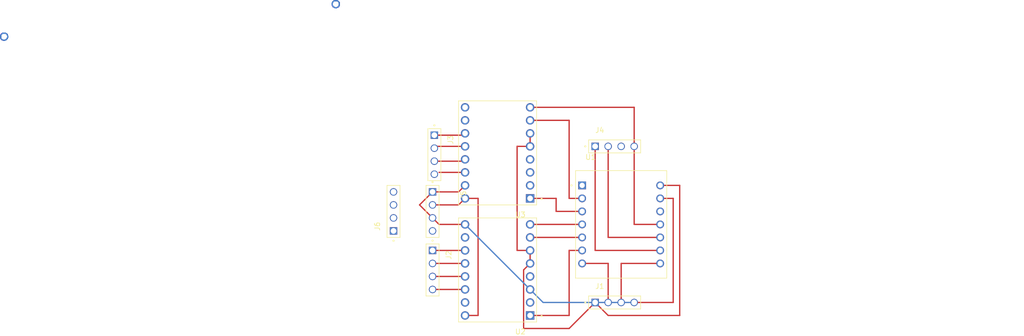
<source format=kicad_pcb>
(kicad_pcb (version 20221018) (generator pcbnew)
  (layers (0 "F.Cu" signal) (31 "B.Cu" signal) (34 "B.Paste" user) (35 "F.Paste" user) (36 "B.SilkS" user "B.Silkscreen") (37 "F.SilkS" user "F.Silkscreen") (38 "B.Mask" user) (39 "F.Mask" user) (44 "Edge.Cuts" user))
  (net 0 "")
  (net 2 "/B1-1")
  (net 3 "+5V")
  (net 4 "/STP-1")
  (net 5 "/DIR-1")
  (net 8 "/EN-1")
  (net 9 "/B2-1")
  (net 10 "+24V")
  (net 11 "/A1-1")
  (net 12 "/A2-1")
  (net 14 "Earth")
  (net 16 "/B1-2")
  (net 17 "/STP-2")
  (net 18 "/DIR-2")
  (net 21 "/EN-2")
  (net 22 "/B2-2")
  (net 23 "/A1-2")
  (net 24 "/A2-2")
  (net 26 "/RX")
  (net 27 "/TX")
  (net 28 "/PWM")
  (net 29 "/FG")
  (footprint "" (layer "F.Cu") (at 50.96 53.5)
    (fp_text reference "")
    (fp_text value "")
  )
  (footprint "" (layer "F.Cu") (at 50.96 53.5)
    (fp_text reference "")
    (fp_text value "")
  )
  (footprint "" (layer "F.Cu") (at 50.96 53.5)
    (fp_text reference "")
    (fp_text value "")
  )
  (footprint "" (layer "F.Cu") (at 115.73 47.15)
    (fp_text reference "")
    (fp_text value "")
  )
  (footprint "" (layer "F.Cu") (at 50.96 53.5)
    (fp_text reference "")
    (fp_text value "")
  )
  (footprint "" (layer "F.Cu") (at 115.73 47.15)
    (fp_text reference "")
    (fp_text value "")
  )
  (footprint "" (layer "F.Cu") (at 115.73 47.15)
    (fp_text reference "")
    (fp_text value "")
  )
  (footprint "" (layer "F.Cu") (at 50.96 53.5)
    (fp_text reference "")
    (fp_text value "")
  )
  (footprint "" (layer "F.Cu") (at 115.73 47.15)
    (fp_text reference "")
    (fp_text value "")
  )
  (footprint "" (layer "F.Cu") (at 50.96 53.5)
    (fp_text reference "")
    (fp_text value "")
  )
  (footprint "" (layer "F.Cu") (at 50.96 53.5)
    (fp_text reference "")
    (fp_text value "")
  )
  (footprint "" (layer "F.Cu") (at 50.96 53.5)
    (fp_text reference "")
    (fp_text value "")
  )
  (footprint "" (layer "F.Cu") (at 115.73 47.15)
    (fp_text reference "")
    (fp_text value "")
  )
  (footprint "" (layer "F.Cu") (at 115.73 47.15)
    (fp_text reference "")
    (fp_text value "")
  )
  (footprint "" (layer "F.Cu") (at 50.96 53.5)
    (fp_text reference "")
    (fp_text value "")
  )
  (footprint "" (layer "F.Cu") (at 50.96 53.5)
    (fp_text reference "")
    (fp_text value "")
  )
  (footprint "" (layer "F.Cu") (at 115.73 47.15)
    (fp_text reference "")
    (fp_text value "")
  )
  (footprint "" (layer "F.Cu") (at 115.73 47.15)
    (fp_text reference "")
    (fp_text value "")
  )
  (footprint "" (layer "F.Cu") (at 50.96 53.5)
    (fp_text reference "")
    (fp_text value "")
  )
  (footprint "" (layer "F.Cu") (at 50.96 53.5)
    (fp_text reference "")
    (fp_text value "")
  )
  (footprint "" (layer "F.Cu") (at 50.96 53.5)
    (fp_text reference "")
    (fp_text value "")
  )
  (footprint "" (layer "F.Cu") (at 50.96 53.5)
    (fp_text reference "")
    (fp_text value "")
  )
  (footprint "" (layer "F.Cu") (at 50.96 53.5)
    (fp_text reference "")
    (fp_text value "")
  )
  (footprint "" (layer "F.Cu") (at 50.96 53.5)
    (fp_text reference "")
    (fp_text value "")
  )
  (footprint "" (layer "F.Cu") (at 115.73 47.15)
    (fp_text reference "")
    (fp_text value "")
  )
  (footprint "" (layer "F.Cu") (at 115.73 47.15)
    (fp_text reference "")
    (fp_text value "")
  )
  (footprint "" (layer "F.Cu") (at 115.73 47.15)
    (fp_text reference "")
    (fp_text value "")
  )
  (footprint "" (layer "F.Cu") (at 50.96 53.5)
    (fp_text reference "")
    (fp_text value "")
  )
  (footprint "" (layer "F.Cu") (at 50.96 53.5)
    (fp_text reference "")
    (fp_text value "")
  )
  (footprint "" (layer "F.Cu") (at 115.73 47.15)
    (fp_text reference "")
    (fp_text value "")
  )
  (footprint "" (layer "F.Cu") (at 50.96 53.5)
    (fp_text reference "")
    (fp_text value "")
  )
  (footprint "" (layer "F.Cu") (at 115.73 47.15)
    (fp_text reference "")
    (fp_text value "")
  )
  (footprint "" (layer "F.Cu") (at 115.73 47.15)
    (fp_text reference "")
    (fp_text value "")
  )
  (footprint "" (layer "F.Cu") (at 50.96 53.5)
    (fp_text reference "")
    (fp_text value "")
  )
  (footprint "" (layer "F.Cu") (at 115.73 47.15)
    (fp_text reference "")
    (fp_text value "")
  )
  (footprint "" (layer "F.Cu") (at 50.96 53.5)
    (fp_text reference "")
    (fp_text value "")
  )
  (footprint "" (layer "F.Cu") (at 50.96 53.5)
    (fp_text reference "")
    (fp_text value "")
  )
  (footprint "" (layer "F.Cu") (at 50.96 53.5)
    (fp_text reference "")
    (fp_text value "")
  )
  (footprint "" (layer "F.Cu") (at 50.96 53.5)
    (fp_text reference "")
    (fp_text value "")
  )
  (footprint "" (layer "F.Cu") (at 50.96 53.5)
    (fp_text reference "")
    (fp_text value "")
  )
  (footprint "" (layer "F.Cu") (at 50.96 53.5)
    (fp_text reference "")
    (fp_text value "")
  )
  (footprint "" (layer "F.Cu") (at 50.96 53.5)
    (fp_text reference "")
    (fp_text value "")
  )
  (footprint "" (layer "F.Cu") (at 50.96 53.5)
    (fp_text reference "")
    (fp_text value "")
  )
  (footprint "" (layer "F.Cu") (at 115.73 47.15)
    (fp_text reference "")
    (fp_text value "")
  )
  (footprint "" (layer "F.Cu") (at 50.96 53.5)
    (fp_text reference "")
    (fp_text value "")
  )
  (footprint "" (layer "F.Cu") (at 50.96 53.5)
    (fp_text reference "")
    (fp_text value "")
  )
  (footprint "" (layer "F.Cu") (at 115.73 47.15)
    (fp_text reference "")
    (fp_text value "")
  )
  (footprint "" (layer "F.Cu") (at 115.73 47.15)
    (fp_text reference "")
    (fp_text value "")
  )
  (footprint "" (layer "F.Cu") (at 50.96 53.5)
    (fp_text reference "")
    (fp_text value "")
  )
  (footprint "" (layer "F.Cu") (at 115.73 47.15)
    (fp_text reference "")
    (fp_text value "")
  )
  (footprint "" (layer "F.Cu") (at 50.96 53.5)
    (fp_text reference "")
    (fp_text value "")
  )
  (footprint "" (layer "F.Cu") (at 50.96 53.5)
    (fp_text reference "")
    (fp_text value "")
  )
  (footprint "" (layer "F.Cu") (at 50.96 53.5)
    (fp_text reference "")
    (fp_text value "")
  )
  (footprint "" (layer "F.Cu") (at 50.96 53.5)
    (fp_text reference "")
    (fp_text value "")
  )
  (footprint "" (layer "F.Cu") (at 50.96 53.5)
    (fp_text reference "")
    (fp_text value "")
  )
  (footprint "" (layer "F.Cu") (at 115.73 47.15)
    (fp_text reference "")
    (fp_text value "")
  )
  (footprint "" (layer "F.Cu") (at 50.96 53.5)
    (fp_text reference "")
    (fp_text value "")
  )
  (footprint "" (layer "F.Cu") (at 50.96 53.5)
    (fp_text reference "")
    (fp_text value "")
  )
  (footprint "" (layer "F.Cu") (at 115.73 47.15)
    (fp_text reference "")
    (fp_text value "")
  )
  (footprint "" (layer "F.Cu") (at 50.96 53.5)
    (fp_text reference "")
    (fp_text value "")
  )
  (footprint "" (layer "F.Cu") (at 115.73 47.15)
    (fp_text reference "")
    (fp_text value "")
  )
  (footprint "" (layer "F.Cu") (at 50.96 53.5)
    (fp_text reference "")
    (fp_text value "")
  )
  (footprint "" (layer "F.Cu") (at 50.96 53.5)
    (fp_text reference "")
    (fp_text value "")
  )
  (footprint "" (layer "F.Cu") (at 115.73 47.15)
    (fp_text reference "")
    (fp_text value "")
  )
  (footprint "" (layer "F.Cu") (at 50.96 53.5)
    (fp_text reference "")
    (fp_text value "")
  )
  (footprint "" (layer "F.Cu") (at 50.96 53.5)
    (fp_text reference "")
    (fp_text value "")
  )
  (footprint "" (layer "F.Cu") (at 115.73 47.15)
    (fp_text reference "")
    (fp_text value "")
  )
  (footprint "" (layer "F.Cu") (at 115.73 47.15)
    (fp_text reference "")
    (fp_text value "")
  )
  (footprint "" (layer "F.Cu") (at 115.73 47.15)
    (fp_text reference "")
    (fp_text value "")
  )
  (footprint "" (layer "F.Cu") (at 115.73 47.15)
    (fp_text reference "")
    (fp_text value "")
  )
  (footprint "" (layer "F.Cu") (at 115.73 47.15)
    (fp_text reference "")
    (fp_text value "")
  )
  (footprint "" (layer "F.Cu") (at 50.96 53.5)
    (fp_text reference "")
    (fp_text value "")
  )
  (footprint "" (layer "F.Cu") (at 115.73 47.15)
    (fp_text reference "")
    (fp_text value "")
  )
  (footprint "" (layer "F.Cu") (at 50.96 53.5)
    (fp_text reference "")
    (fp_text value "")
  )
  (footprint "" (layer "F.Cu") (at 50.96 53.5)
    (fp_text reference "")
    (fp_text value "")
  )
  (footprint "" (layer "F.Cu") (at 115.73 47.15)
    (fp_text reference "")
    (fp_text value "")
  )
  (footprint "" (layer "F.Cu") (at 50.96 53.5)
    (fp_text reference "")
    (fp_text value "")
  )
  (footprint "" (layer "F.Cu") (at 50.96 53.5)
    (fp_text reference "")
    (fp_text value "")
  )
  (footprint "" (layer "F.Cu") (at 50.96 53.5)
    (fp_text reference "")
    (fp_text value "")
  )
  (footprint "" (layer "F.Cu") (at 50.96 53.5)
    (fp_text reference "")
    (fp_text value "")
  )
  (footprint "" (layer "F.Cu") (at 50.96 53.5)
    (fp_text reference "")
    (fp_text value "")
  )
  (footprint "" (layer "F.Cu") (at 50.96 53.5)
    (fp_text reference "")
    (fp_text value "")
  )
  (footprint "" (layer "F.Cu") (at 50.96 53.5)
    (fp_text reference "")
    (fp_text value "")
  )
  (footprint "" (layer "F.Cu") (at 115.73 47.15)
    (fp_text reference "")
    (fp_text value "")
  )
  (footprint "" (layer "F.Cu") (at 50.96 53.5)
    (fp_text reference "")
    (fp_text value "")
  )
  (footprint "" (layer "F.Cu") (at 50.96 53.5)
    (fp_text reference "")
    (fp_text value "")
  )
  (footprint "" (layer "F.Cu") (at 115.73 47.15)
    (fp_text reference "")
    (fp_text value "")
  )
  (footprint "" (layer "F.Cu") (at 50.96 53.5)
    (fp_text reference "")
    (fp_text value "")
  )
  (footprint "" (layer "F.Cu") (at 50.96 53.5)
    (fp_text reference "")
    (fp_text value "")
  )
  (footprint "" (layer "F.Cu") (at 115.73 47.15)
    (fp_text reference "")
    (fp_text value "")
  )
  (footprint "" (layer "F.Cu") (at 50.96 53.5)
    (fp_text reference "")
    (fp_text value "")
  )
  (footprint "" (layer "F.Cu") (at 115.73 47.15)
    (fp_text reference "")
    (fp_text value "")
  )
  (footprint "" (layer "F.Cu") (at 50.96 53.5)
    (fp_text reference "")
    (fp_text value "")
  )
  (footprint "" (layer "F.Cu") (at 50.96 53.5)
    (fp_text reference "")
    (fp_text value "")
  )
  (footprint "" (layer "F.Cu") (at 50.96 53.5)
    (fp_text reference "")
    (fp_text value "")
  )
  (footprint "" (layer "F.Cu") (at 50.96 53.5)
    (fp_text reference "")
    (fp_text value "")
  )
  (footprint "" (layer "F.Cu") (at 115.73 47.15)
    (fp_text reference "")
    (fp_text value "")
  )
  (footprint "" (layer "F.Cu") (at 50.96 53.5)
    (fp_text reference "")
    (fp_text value "")
  )
  (footprint "" (layer "F.Cu") (at 50.96 53.5)
    (fp_text reference "")
    (fp_text value "")
  )
  (footprint "" (layer "F.Cu") (at 50.96 53.5)
    (fp_text reference "")
    (fp_text value "")
  )
  (footprint "" (layer "F.Cu") (at 50.96 53.5)
    (fp_text reference "")
    (fp_text value "")
  )
  (footprint "" (layer "F.Cu") (at 50.96 53.5)
    (fp_text reference "")
    (fp_text value "")
  )
  (footprint "" (layer "F.Cu") (at 50.96 53.5)
    (fp_text reference "")
    (fp_text value "")
  )
  (footprint "" (layer "F.Cu") (at 115.73 47.15)
    (fp_text reference "")
    (fp_text value "")
  )
  (footprint "" (layer "F.Cu") (at 50.96 53.5)
    (fp_text reference "")
    (fp_text value "")
  )
  (footprint "" (layer "F.Cu") (at 115.73 47.15)
    (fp_text reference "")
    (fp_text value "")
  )
  (footprint "" (layer "F.Cu") (at 50.96 53.5)
    (fp_text reference "")
    (fp_text value "")
  )
  (footprint "4pin_female_header:WURTH_61300411121" (layer "F.Cu") (at 134.975 76.555 -90)
    (fp_text reference "J3")
    (fp_text value "STEP2")
  )
  (footprint "" (layer "F.Cu") (at 115.73 47.15)
    (fp_text reference "")
    (fp_text value "")
  )
  (footprint "" (layer "F.Cu") (at 50.96 53.5)
    (fp_text reference "")
    (fp_text value "")
  )
  (footprint "" (layer "F.Cu") (at 115.73 47.15)
    (fp_text reference "")
    (fp_text value "")
  )
  (footprint "" (layer "F.Cu") (at 115.73 47.15)
    (fp_text reference "")
    (fp_text value "")
  )
  (footprint "" (layer "F.Cu") (at 115.73 47.15)
    (fp_text reference "")
    (fp_text value "")
  )
  (footprint "" (layer "F.Cu") (at 50.96 53.5)
    (fp_text reference "")
    (fp_text value "")
  )
  (footprint "" (layer "F.Cu") (at 50.96 53.5)
    (fp_text reference "")
    (fp_text value "")
  )
  (footprint "" (layer "F.Cu") (at 50.96 53.5)
    (fp_text reference "")
    (fp_text value "")
  )
  (footprint "" (layer "F.Cu") (at 115.73 47.15)
    (fp_text reference "")
    (fp_text value "")
  )
  (footprint "" (layer "F.Cu") (at 50.96 53.5)
    (fp_text reference "")
    (fp_text value "")
  )
  (footprint "" (layer "F.Cu") (at 50.96 53.5)
    (fp_text reference "")
    (fp_text value "")
  )
  (footprint "" (layer "F.Cu") (at 50.96 53.5)
    (fp_text reference "")
    (fp_text value "")
  )
  (footprint "" (layer "F.Cu") (at 115.73 47.15)
    (fp_text reference "")
    (fp_text value "")
  )
  (footprint "" (layer "F.Cu") (at 50.96 53.5)
    (fp_text reference "")
    (fp_text value "")
  )
  (footprint "" (layer "F.Cu") (at 115.73 47.15)
    (fp_text reference "")
    (fp_text value "")
  )
  (footprint "" (layer "F.Cu") (at 50.96 53.5)
    (fp_text reference "")
    (fp_text value "")
  )
  (footprint "" (layer "F.Cu") (at 115.73 47.15)
    (fp_text reference "")
    (fp_text value "")
  )
  (footprint "" (layer "F.Cu") (at 50.96 53.5)
    (fp_text reference "")
    (fp_text value "")
  )
  (footprint "" (layer "F.Cu") (at 115.73 47.15)
    (fp_text reference "")
    (fp_text value "")
  )
  (footprint "" (layer "F.Cu") (at 50.96 53.5)
    (fp_text reference "")
    (fp_text value "")
  )
  (footprint "" (layer "F.Cu") (at 50.96 53.5)
    (fp_text reference "")
    (fp_text value "")
  )
  (footprint "" (layer "F.Cu") (at 115.73 47.15)
    (fp_text reference "")
    (fp_text value "")
  )
  (footprint "" (layer "F.Cu") (at 50.96 53.5)
    (fp_text reference "")
    (fp_text value "")
  )
  (footprint "" (layer "F.Cu") (at 50.96 53.5)
    (fp_text reference "")
    (fp_text value "")
  )
  (footprint "" (layer "F.Cu") (at 50.96 53.5)
    (fp_text reference "")
    (fp_text value "")
  )
  (footprint "" (layer "F.Cu") (at 50.96 53.5)
    (fp_text reference "")
    (fp_text value "")
  )
  (footprint "" (layer "F.Cu") (at 50.96 53.5)
    (fp_text reference "")
    (fp_text value "")
  )
  (footprint "" (layer "F.Cu") (at 50.96 53.5)
    (fp_text reference "")
    (fp_text value "")
  )
  (footprint "" (layer "F.Cu") (at 115.73 47.15)
    (fp_text reference "")
    (fp_text value "")
  )
  (footprint "" (layer "F.Cu") (at 115.73 47.15)
    (fp_text reference "")
    (fp_text value "")
  )
  (footprint "" (layer "F.Cu") (at 115.73 47.15)
    (fp_text reference "")
    (fp_text value "")
  )
  (footprint "" (layer "F.Cu") (at 115.73 47.15)
    (fp_text reference "")
    (fp_text value "")
  )
  (footprint "" (layer "F.Cu") (at 50.96 53.5)
    (fp_text reference "")
    (fp_text value "")
  )
  (footprint "" (layer "F.Cu") (at 115.73 47.15)
    (fp_text reference "")
    (fp_text value "")
  )
  (footprint "" (layer "F.Cu") (at 115.73 47.15)
    (fp_text reference "")
    (fp_text value "")
  )
  (footprint "" (layer "F.Cu") (at 115.73 47.15)
    (fp_text reference "")
    (fp_text value "")
  )
  (footprint "" (layer "F.Cu") (at 50.96 53.5)
    (fp_text reference "")
    (fp_text value "")
  )
  (footprint "" (layer "F.Cu") (at 115.73 47.15)
    (fp_text reference "")
    (fp_text value "")
  )
  (footprint "" (layer "F.Cu") (at 50.96 53.5)
    (fp_text reference "")
    (fp_text value "")
  )
  (footprint "" (layer "F.Cu") (at 50.96 53.5)
    (fp_text reference "")
    (fp_text value "")
  )
  (footprint "" (layer "F.Cu") (at 115.73 47.15)
    (fp_text reference "")
    (fp_text value "")
  )
  (footprint "" (layer "F.Cu") (at 115.73 47.15)
    (fp_text reference "")
    (fp_text value "")
  )
  (footprint "" (layer "F.Cu") (at 50.96 53.5)
    (fp_text reference "")
    (fp_text value "")
  )
  (footprint "" (layer "F.Cu") (at 115.73 47.15)
    (fp_text reference "")
    (fp_text value "")
  )
  (footprint "" (layer "F.Cu") (at 50.96 53.5)
    (fp_text reference "")
    (fp_text value "")
  )
  (footprint "" (layer "F.Cu") (at 50.96 53.5)
    (fp_text reference "")
    (fp_text value "")
  )
  (footprint "" (layer "F.Cu") (at 50.96 53.5)
    (fp_text reference "")
    (fp_text value "")
  )
  (footprint "" (layer "F.Cu") (at 50.96 53.5)
    (fp_text reference "")
    (fp_text value "")
  )
  (footprint "" (layer "F.Cu") (at 50.96 53.5)
    (fp_text reference "")
    (fp_text value "")
  )
  (footprint "" (layer "F.Cu") (at 115.73 47.15)
    (fp_text reference "")
    (fp_text value "")
  )
  (footprint "" (layer "F.Cu") (at 50.96 53.5)
    (fp_text reference "")
    (fp_text value "")
  )
  (footprint "" (layer "F.Cu") (at 50.96 53.5)
    (fp_text reference "")
    (fp_text value "")
  )
  (footprint "" (layer "F.Cu") (at 50.96 53.5)
    (fp_text reference "")
    (fp_text value "")
  )
  (footprint "" (layer "F.Cu") (at 50.96 53.5)
    (fp_text reference "")
    (fp_text value "")
  )
  (footprint "" (layer "F.Cu") (at 50.96 53.5)
    (fp_text reference "")
    (fp_text value "")
  )
  (footprint "" (layer "F.Cu") (at 50.96 53.5)
    (fp_text reference "")
    (fp_text value "")
  )
  (footprint "" (layer "F.Cu") (at 115.73 47.15)
    (fp_text reference "")
    (fp_text value "")
  )
  (footprint "" (layer "F.Cu") (at 50.96 53.5)
    (fp_text reference "")
    (fp_text value "")
  )
  (footprint "" (layer "F.Cu") (at 50.96 53.5)
    (fp_text reference "")
    (fp_text value "")
  )
  (footprint "" (layer "F.Cu") (at 115.73 47.15)
    (fp_text reference "")
    (fp_text value "")
  )
  (footprint "" (layer "F.Cu") (at 115.73 47.15)
    (fp_text reference "")
    (fp_text value "")
  )
  (footprint "4pin_female_header:WURTH_61300411121" (layer "F.Cu") (at 134.62 99.06 -90)
    (fp_text reference "J2")
    (fp_text value "STEP1")
  )
  (footprint "" (layer "F.Cu") (at 115.73 47.15)
    (fp_text reference "")
    (fp_text value "")
  )
  (footprint "" (layer "F.Cu") (at 115.73 47.15)
    (fp_text reference "")
    (fp_text value "")
  )
  (footprint "" (layer "F.Cu") (at 115.73 47.15)
    (fp_text reference "")
    (fp_text value "")
  )
  (footprint "" (layer "F.Cu") (at 50.96 53.5)
    (fp_text reference "")
    (fp_text value "")
  )
  (footprint "102010388:MODULE_102010388" (layer "F.Cu") (at 171.45 90.17)
    (fp_text reference "U1")
    (fp_text value "Seeeduino")
  )
  (footprint "" (layer "F.Cu") (at 115.73 47.15)
    (fp_text reference "")
    (fp_text value "")
  )
  (footprint "" (layer "F.Cu") (at 50.96 53.5)
    (fp_text reference "")
    (fp_text value "")
  )
  (footprint "" (layer "F.Cu") (at 50.96 53.5)
    (fp_text reference "")
    (fp_text value "")
  )
  (footprint "" (layer "F.Cu") (at 50.96 53.5)
    (fp_text reference "")
    (fp_text value "")
  )
  (footprint "" (layer "F.Cu") (at 50.96 53.5)
    (fp_text reference "")
    (fp_text value "")
  )
  (footprint "" (layer "F.Cu") (at 50.96 53.5)
    (fp_text reference "")
    (fp_text value "")
  )
  (footprint "" (layer "F.Cu") (at 115.73 47.15)
    (fp_text reference "")
    (fp_text value "")
  )
  (footprint "" (layer "F.Cu") (at 50.96 53.5)
    (fp_text reference "")
    (fp_text value "")
  )
  (footprint "" (layer "F.Cu") (at 50.96 53.5)
    (fp_text reference "")
    (fp_text value "")
  )
  (footprint "" (layer "F.Cu") (at 50.96 53.5)
    (fp_text reference "")
    (fp_text value "")
  )
  (footprint "" (layer "F.Cu") (at 115.73 47.15)
    (fp_text reference "")
    (fp_text value "")
  )
  (footprint "" (layer "F.Cu") (at 50.96 53.5)
    (fp_text reference "")
    (fp_text value "")
  )
  (footprint "" (layer "F.Cu") (at 50.96 53.5)
    (fp_text reference "")
    (fp_text value "")
  )
  (footprint "" (layer "F.Cu") (at 50.96 53.5)
    (fp_text reference "")
    (fp_text value "")
  )
  (footprint "" (layer "F.Cu") (at 50.96 53.5)
    (fp_text reference "")
    (fp_text value "")
  )
  (footprint "" (layer "F.Cu") (at 50.96 53.5)
    (fp_text reference "")
    (fp_text value "")
  )
  (footprint "" (layer "F.Cu") (at 115.73 47.15)
    (fp_text reference "")
    (fp_text value "")
  )
  (footprint "" (layer "F.Cu") (at 50.96 53.5)
    (fp_text reference "")
    (fp_text value "")
  )
  (footprint "" (layer "F.Cu") (at 115.73 47.15)
    (fp_text reference "")
    (fp_text value "")
  )
  (footprint "" (layer "F.Cu") (at 115.73 47.15)
    (fp_text reference "")
    (fp_text value "")
  )
  (footprint "" (layer "F.Cu") (at 50.96 53.5)
    (fp_text reference "")
    (fp_text value "")
  )
  (footprint "" (layer "F.Cu") (at 50.96 53.5)
    (fp_text reference "")
    (fp_text value "")
  )
  (footprint "" (layer "F.Cu") (at 50.96 53.5)
    (fp_text reference "")
    (fp_text value "")
  )
  (footprint "" (layer "F.Cu") (at 50.96 53.5)
    (fp_text reference "")
    (fp_text value "")
  )
  (footprint "" (layer "F.Cu") (at 50.96 53.5)
    (fp_text reference "")
    (fp_text value "")
  )
  (footprint "" (layer "F.Cu") (at 115.73 47.15)
    (fp_text reference "")
    (fp_text value "")
  )
  (footprint "" (layer "F.Cu") (at 50.96 53.5)
    (fp_text reference "")
    (fp_text value "")
  )
  (footprint "" (layer "F.Cu") (at 115.73 47.15)
    (fp_text reference "")
    (fp_text value "")
  )
  (footprint "" (layer "F.Cu") (at 50.96 53.5)
    (fp_text reference "")
    (fp_text value "")
  )
  (footprint "" (layer "F.Cu") (at 50.96 53.5)
    (fp_text reference "")
    (fp_text value "")
  )
  (footprint "" (layer "F.Cu") (at 50.96 53.5)
    (fp_text reference "")
    (fp_text value "")
  )
  (footprint "" (layer "F.Cu") (at 50.96 53.5)
    (fp_text reference "")
    (fp_text value "")
  )
  (footprint "" (layer "F.Cu") (at 50.96 53.5)
    (fp_text reference "")
    (fp_text value "")
  )
  (footprint "4pin_female_header:WURTH_61300411121" (layer "F.Cu") (at 127 87.63 90)
    (fp_text reference "J6")
    (fp_text value "FAN2")
  )
  (footprint "" (layer "F.Cu") (at 50.96 53.5)
    (fp_text reference "")
    (fp_text value "")
  )
  (footprint "" (layer "F.Cu") (at 50.96 53.5)
    (fp_text reference "")
    (fp_text value "")
  )
  (footprint "" (layer "F.Cu") (at 50.96 53.5)
    (fp_text reference "")
    (fp_text value "")
  )
  (footprint "" (layer "F.Cu") (at 50.96 53.5)
    (fp_text reference "")
    (fp_text value "")
  )
  (footprint "" (layer "F.Cu") (at 115.73 47.15)
    (fp_text reference "")
    (fp_text value "")
  )
  (footprint "" (layer "F.Cu") (at 50.96 53.5)
    (fp_text reference "")
    (fp_text value "")
  )
  (footprint "" (layer "F.Cu") (at 50.96 53.5)
    (fp_text reference "")
    (fp_text value "")
  )
  (footprint "" (layer "F.Cu") (at 50.96 53.5)
    (fp_text reference "")
    (fp_text value "")
  )
  (footprint "" (layer "F.Cu") (at 50.96 53.5)
    (fp_text reference "")
    (fp_text value "")
  )
  (footprint "4pin_female_header:WURTH_61300411121" (layer "F.Cu") (at 170.18 74.93)
    (fp_text reference "J4")
    (fp_text value "FAN1")
  )
  (footprint "" (layer "F.Cu") (at 115.73 47.15)
    (fp_text reference "")
    (fp_text value "")
  )
  (footprint "" (layer "F.Cu") (at 50.96 53.5)
    (fp_text reference "")
    (fp_text value "")
  )
  (footprint "" (layer "F.Cu") (at 50.96 53.5)
    (fp_text reference "")
    (fp_text value "")
  )
  (footprint "" (layer "F.Cu") (at 115.73 47.15)
    (fp_text reference "")
    (fp_text value "")
  )
  (footprint "" (layer "F.Cu") (at 115.73 47.15)
    (fp_text reference "")
    (fp_text value "")
  )
  (footprint "" (layer "F.Cu") (at 50.96 53.5)
    (fp_text reference "")
    (fp_text value "")
  )
  (footprint "" (layer "F.Cu") (at 115.73 47.15)
    (fp_text reference "")
    (fp_text value "")
  )
  (footprint "" (layer "F.Cu") (at 115.73 47.15)
    (fp_text reference "")
    (fp_text value "")
  )
  (footprint "" (layer "F.Cu") (at 115.73 47.15)
    (fp_text reference "")
    (fp_text value "")
  )
  (footprint "" (layer "F.Cu") (at 115.73 47.15)
    (fp_text reference "")
    (fp_text value "")
  )
  (footprint "" (layer "F.Cu") (at 115.73 47.15)
    (fp_text reference "")
    (fp_text value "")
  )
  (footprint "" (layer "F.Cu") (at 50.96 53.5)
    (fp_text reference "")
    (fp_text value "")
  )
  (footprint "" (layer "F.Cu") (at 50.96 53.5)
    (fp_text reference "")
    (fp_text value "")
  )
  (footprint "" (layer "F.Cu") (at 115.73 47.15)
    (fp_text reference "")
    (fp_text value "")
  )
  (footprint "" (layer "F.Cu") (at 50.96 53.5)
    (fp_text reference "")
    (fp_text value "")
  )
  (footprint "" (layer "F.Cu") (at 115.73 47.15)
    (fp_text reference "")
    (fp_text value "")
  )
  (footprint "" (layer "F.Cu") (at 50.96 53.5)
    (fp_text reference "")
    (fp_text value "")
  )
  (footprint "" (layer "F.Cu") (at 115.73 47.15)
    (fp_text reference "")
    (fp_text value "")
  )
  (footprint "" (layer "F.Cu") (at 50.96 53.5)
    (fp_text reference "")
    (fp_text value "")
  )
  (footprint "" (layer "F.Cu") (at 50.96 53.5)
    (fp_text reference "")
    (fp_text value "")
  )
  (footprint "" (layer "F.Cu") (at 50.96 53.5)
    (fp_text reference "")
    (fp_text value "")
  )
  (footprint "" (layer "F.Cu") (at 115.73 47.15)
    (fp_text reference "")
    (fp_text value "")
  )
  (footprint "" (layer "F.Cu") (at 50.96 53.5)
    (fp_text reference "")
    (fp_text value "")
  )
  (footprint "" (layer "F.Cu") (at 50.96 53.5)
    (fp_text reference "")
    (fp_text value "")
  )
  (footprint "" (layer "F.Cu") (at 115.73 47.15)
    (fp_text reference "")
    (fp_text value "")
  )
  (footprint "" (layer "F.Cu") (at 50.96 53.5)
    (fp_text reference "")
    (fp_text value "")
  )
  (footprint "" (layer "F.Cu") (at 50.96 53.5)
    (fp_text reference "")
    (fp_text value "")
  )
  (footprint "" (layer "F.Cu") (at 115.73 47.15)
    (fp_text reference "")
    (fp_text value "")
  )
  (footprint "" (layer "F.Cu") (at 50.96 53.5)
    (fp_text reference "")
    (fp_text value "")
  )
  (footprint "" (layer "F.Cu") (at 50.96 53.5)
    (fp_text reference "")
    (fp_text value "")
  )
  (footprint "" (layer "F.Cu") (at 50.96 53.5)
    (fp_text reference "")
    (fp_text value "")
  )
  (footprint "" (layer "F.Cu") (at 50.96 53.5)
    (fp_text reference "")
    (fp_text value "")
  )
  (footprint "" (layer "F.Cu") (at 50.96 53.5)
    (fp_text reference "")
    (fp_text value "")
  )
  (footprint "DRV8825_STEPPER_MOTOR_DRIVER_CARRIER:IC_DRV8825_STEPPER_MOTOR_DRIVER_CARRIER" (layer "F.Cu") (at 147.32 76.2 180)
    (fp_text reference "U3")
    (fp_text value "STEP2-DRIVER")
  )
  (footprint "" (layer "F.Cu") (at 115.73 47.15)
    (fp_text reference "")
    (fp_text value "")
  )
  (footprint "" (layer "F.Cu") (at 50.96 53.5)
    (fp_text reference "")
    (fp_text value "")
  )
  (footprint "" (layer "F.Cu") (at 115.73 47.15)
    (fp_text reference "")
    (fp_text value "")
  )
  (footprint "" (layer "F.Cu") (at 115.73 47.15)
    (fp_text reference "")
    (fp_text value "")
  )
  (footprint "" (layer "F.Cu") (at 50.96 53.5)
    (fp_text reference "")
    (fp_text value "")
  )
  (footprint "" (layer "F.Cu") (at 50.96 53.5)
    (fp_text reference "")
    (fp_text value "")
  )
  (footprint "" (layer "F.Cu") (at 50.96 53.5)
    (fp_text reference "")
    (fp_text value "")
  )
  (footprint "" (layer "F.Cu") (at 115.73 47.15)
    (fp_text reference "")
    (fp_text value "")
  )
  (footprint "" (layer "F.Cu") (at 50.96 53.5)
    (fp_text reference "")
    (fp_text value "")
  )
  (footprint "" (layer "F.Cu") (at 50.96 53.5)
    (fp_text reference "")
    (fp_text value "")
  )
  (footprint "" (layer "F.Cu") (at 50.96 53.5)
    (fp_text reference "")
    (fp_text value "")
  )
  (footprint "" (layer "F.Cu") (at 50.96 53.5)
    (fp_text reference "")
    (fp_text value "")
  )
  (footprint "" (layer "F.Cu") (at 50.96 53.5)
    (fp_text reference "")
    (fp_text value "")
  )
  (footprint "" (layer "F.Cu") (at 50.96 53.5)
    (fp_text reference "")
    (fp_text value "")
  )
  (footprint "" (layer "F.Cu") (at 115.73 47.15)
    (fp_text reference "")
    (fp_text value "")
  )
  (footprint "" (layer "F.Cu") (at 115.73 47.15)
    (fp_text reference "")
    (fp_text value "")
  )
  (footprint "" (layer "F.Cu") (at 50.96 53.5)
    (fp_text reference "")
    (fp_text value "")
  )
  (footprint "" (layer "F.Cu") (at 50.96 53.5)
    (fp_text reference "")
    (fp_text value "")
  )
  (footprint "4pin_female_header:WURTH_61300411121" (layer "F.Cu") (at 134.62 87.63 -90)
    (fp_text reference "J5")
    (fp_text value "Converter")
  )
  (footprint "" (layer "F.Cu") (at 115.73 47.15)
    (fp_text reference "")
    (fp_text value "")
  )
  (footprint "" (layer "F.Cu") (at 50.96 53.5)
    (fp_text reference "")
    (fp_text value "")
  )
  (footprint "" (layer "F.Cu") (at 50.96 53.5)
    (fp_text reference "")
    (fp_text value "")
  )
  (footprint "" (layer "F.Cu") (at 50.96 53.5)
    (fp_text reference "")
    (fp_text value "")
  )
  (footprint "" (layer "F.Cu") (at 50.96 53.5)
    (fp_text reference "")
    (fp_text value "")
  )
  (footprint "" (layer "F.Cu") (at 50.96 53.5)
    (fp_text reference "")
    (fp_text value "")
  )
  (footprint "" (layer "F.Cu") (at 115.73 47.15)
    (fp_text reference "")
    (fp_text value "")
  )
  (footprint "" (layer "F.Cu") (at 50.96 53.5)
    (fp_text reference "")
    (fp_text value "")
  )
  (footprint "" (layer "F.Cu") (at 115.73 47.15)
    (fp_text reference "")
    (fp_text value "")
  )
  (footprint "" (layer "F.Cu") (at 50.96 53.5)
    (fp_text reference "")
    (fp_text value "")
  )
  (footprint "" (layer "F.Cu") (at 115.73 47.15)
    (fp_text reference "")
    (fp_text value "")
  )
  (footprint "" (layer "F.Cu") (at 50.96 53.5)
    (fp_text reference "")
    (fp_text value "")
  )
  (footprint "" (layer "F.Cu") (at 115.73 47.15)
    (fp_text reference "")
    (fp_text value "")
  )
  (footprint "" (layer "F.Cu") (at 115.73 47.15)
    (fp_text reference "")
    (fp_text value "")
  )
  (footprint "" (layer "F.Cu") (at 115.73 47.15)
    (fp_text reference "")
    (fp_text value "")
  )
  (footprint "" (layer "F.Cu") (at 50.96 53.5)
    (fp_text reference "")
    (fp_text value "")
  )
  (footprint "" (layer "F.Cu") (at 115.73 47.15)
    (fp_text reference "")
    (fp_text value "")
  )
  (footprint "" (layer "F.Cu") (at 50.96 53.5)
    (fp_text reference "")
    (fp_text value "")
  )
  (footprint "" (layer "F.Cu") (at 50.96 53.5)
    (fp_text reference "")
    (fp_text value "")
  )
  (footprint "" (layer "F.Cu") (at 50.96 53.5)
    (fp_text reference "")
    (fp_text value "")
  )
  (footprint "" (layer "F.Cu") (at 50.96 53.5)
    (fp_text reference "")
    (fp_text value "")
  )
  (footprint "" (layer "F.Cu") (at 115.73 47.15)
    (fp_text reference "")
    (fp_text value "")
  )
  (footprint "" (layer "F.Cu") (at 50.96 53.5)
    (fp_text reference "")
    (fp_text value "")
  )
  (footprint "" (layer "F.Cu") (at 50.96 53.5)
    (fp_text reference "")
    (fp_text value "")
  )
  (footprint "" (layer "F.Cu") (at 115.73 47.15)
    (fp_text reference "")
    (fp_text value "")
  )
  (footprint "" (layer "F.Cu") (at 50.96 53.5)
    (fp_text reference "")
    (fp_text value "")
  )
  (footprint "" (layer "F.Cu") (at 50.96 53.5)
    (fp_text reference "")
    (fp_text value "")
  )
  (footprint "" (layer "F.Cu") (at 50.96 53.5)
    (fp_text reference "")
    (fp_text value "")
  )
  (footprint "" (layer "F.Cu") (at 50.96 53.5)
    (fp_text reference "")
    (fp_text value "")
  )
  (footprint "" (layer "F.Cu") (at 50.96 53.5)
    (fp_text reference "")
    (fp_text value "")
  )
  (footprint "" (layer "F.Cu") (at 115.73 47.15)
    (fp_text reference "")
    (fp_text value "")
  )
  (footprint "" (layer "F.Cu") (at 50.96 53.5)
    (fp_text reference "")
    (fp_text value "")
  )
  (footprint "" (layer "F.Cu") (at 115.73 47.15)
    (fp_text reference "")
    (fp_text value "")
  )
  (footprint "" (layer "F.Cu") (at 50.96 53.5)
    (fp_text reference "")
    (fp_text value "")
  )
  (footprint "" (layer "F.Cu") (at 50.96 53.5)
    (fp_text reference "")
    (fp_text value "")
  )
  (footprint "" (layer "F.Cu") (at 115.73 47.15)
    (fp_text reference "")
    (fp_text value "")
  )
  (footprint "" (layer "F.Cu") (at 50.96 53.5)
    (fp_text reference "")
    (fp_text value "")
  )
  (footprint "" (layer "F.Cu") (at 115.73 47.15)
    (fp_text reference "")
    (fp_text value "")
  )
  (footprint "" (layer "F.Cu") (at 115.73 47.15)
    (fp_text reference "")
    (fp_text value "")
  )
  (footprint "" (layer "F.Cu") (at 115.73 47.15)
    (fp_text reference "")
    (fp_text value "")
  )
  (footprint "" (layer "F.Cu") (at 115.73 47.15)
    (fp_text reference "")
    (fp_text value "")
  )
  (footprint "" (layer "F.Cu") (at 115.73 47.15)
    (fp_text reference "")
    (fp_text value "")
  )
  (footprint "" (layer "F.Cu") (at 115.73 47.15)
    (fp_text reference "")
    (fp_text value "")
  )
  (footprint "" (layer "F.Cu") (at 115.73 47.15)
    (fp_text reference "")
    (fp_text value "")
  )
  (footprint "" (layer "F.Cu") (at 115.73 47.15)
    (fp_text reference "")
    (fp_text value "")
  )
  (footprint "" (layer "F.Cu") (at 50.96 53.5)
    (fp_text reference "")
    (fp_text value "")
  )
  (footprint "" (layer "F.Cu") (at 50.96 53.5)
    (fp_text reference "")
    (fp_text value "")
  )
  (footprint "" (layer "F.Cu") (at 50.96 53.5)
    (fp_text reference "")
    (fp_text value "")
  )
  (footprint "" (layer "F.Cu") (at 50.96 53.5)
    (fp_text reference "")
    (fp_text value "")
  )
  (footprint "" (layer "F.Cu") (at 50.96 53.5)
    (fp_text reference "")
    (fp_text value "")
  )
  (footprint "" (layer "F.Cu") (at 115.73 47.15)
    (fp_text reference "")
    (fp_text value "")
  )
  (footprint "" (layer "F.Cu") (at 50.96 53.5)
    (fp_text reference "")
    (fp_text value "")
  )
  (footprint "" (layer "F.Cu") (at 50.96 53.5)
    (fp_text reference "")
    (fp_text value "")
  )
  (footprint "" (layer "F.Cu") (at 115.73 47.15)
    (fp_text reference "")
    (fp_text value "")
  )
  (footprint "" (layer "F.Cu") (at 115.73 47.15)
    (fp_text reference "")
    (fp_text value "")
  )
  (footprint "" (layer "F.Cu") (at 115.73 47.15)
    (fp_text reference "")
    (fp_text value "")
  )
  (footprint "" (layer "F.Cu") (at 50.96 53.5)
    (fp_text reference "")
    (fp_text value "")
  )
  (footprint "" (layer "F.Cu") (at 50.96 53.5)
    (fp_text reference "")
    (fp_text value "")
  )
  (footprint "" (layer "F.Cu") (at 115.73 47.15)
    (fp_text reference "")
    (fp_text value "")
  )
  (footprint "" (layer "F.Cu") (at 115.73 47.15)
    (fp_text reference "")
    (fp_text value "")
  )
  (footprint "" (layer "F.Cu") (at 115.73 47.15)
    (fp_text reference "")
    (fp_text value "")
  )
  (footprint "" (layer "F.Cu") (at 50.96 53.5)
    (fp_text reference "")
    (fp_text value "")
  )
  (footprint "" (layer "F.Cu") (at 50.96 53.5)
    (fp_text reference "")
    (fp_text value "")
  )
  (footprint "" (layer "F.Cu") (at 50.96 53.5)
    (fp_text reference "")
    (fp_text value "")
  )
  (footprint "" (layer "F.Cu") (at 115.73 47.15)
    (fp_text reference "")
    (fp_text value "")
  )
  (footprint "" (layer "F.Cu") (at 50.96 53.5)
    (fp_text reference "")
    (fp_text value "")
  )
  (footprint "" (layer "F.Cu") (at 50.96 53.5)
    (fp_text reference "")
    (fp_text value "")
  )
  (footprint "" (layer "F.Cu") (at 50.96 53.5)
    (fp_text reference "")
    (fp_text value "")
  )
  (footprint "" (layer "F.Cu") (at 50.96 53.5)
    (fp_text reference "")
    (fp_text value "")
  )
  (footprint "" (layer "F.Cu") (at 115.73 47.15)
    (fp_text reference "")
    (fp_text value "")
  )
  (footprint "" (layer "F.Cu") (at 115.73 47.15)
    (fp_text reference "")
    (fp_text value "")
  )
  (footprint "" (layer "F.Cu") (at 50.96 53.5)
    (fp_text reference "")
    (fp_text value "")
  )
  (footprint "" (layer "F.Cu") (at 50.96 53.5)
    (fp_text reference "")
    (fp_text value "")
  )
  (footprint "" (layer "F.Cu") (at 50.96 53.5)
    (fp_text reference "")
    (fp_text value "")
  )
  (footprint "" (layer "F.Cu") (at 50.96 53.5)
    (fp_text reference "")
    (fp_text value "")
  )
  (footprint "" (layer "F.Cu") (at 115.73 47.15)
    (fp_text reference "")
    (fp_text value "")
  )
  (footprint "DRV8825_STEPPER_MOTOR_DRIVER_CARRIER:IC_DRV8825_STEPPER_MOTOR_DRIVER_CARRIER" (layer "F.Cu") (at 147.32 99.06 180)
    (fp_text reference "U2")
    (fp_text value "STEP1-DRIVER")
  )
  (footprint "" (layer "F.Cu") (at 50.96 53.5)
    (fp_text reference "")
    (fp_text value "")
  )
  (footprint "" (layer "F.Cu") (at 50.96 53.5)
    (fp_text reference "")
    (fp_text value "")
  )
  (footprint "" (layer "F.Cu") (at 115.73 47.15)
    (fp_text reference "")
    (fp_text value "")
  )
  (footprint "" (layer "F.Cu") (at 115.73 47.15)
    (fp_text reference "")
    (fp_text value "")
  )
  (footprint "" (layer "F.Cu") (at 50.96 53.5)
    (fp_text reference "")
    (fp_text value "")
  )
  (footprint "" (layer "F.Cu") (at 50.96 53.5)
    (fp_text reference "")
    (fp_text value "")
  )
  (footprint "" (layer "F.Cu") (at 115.73 47.15)
    (fp_text reference "")
    (fp_text value "")
  )
  (footprint "" (layer "F.Cu") (at 50.96 53.5)
    (fp_text reference "")
    (fp_text value "")
  )
  (footprint "" (layer "F.Cu") (at 115.73 47.15)
    (fp_text reference "")
    (fp_text value "")
  )
  (footprint "" (layer "F.Cu") (at 50.96 53.5)
    (fp_text reference "")
    (fp_text value "")
  )
  (footprint "" (layer "F.Cu") (at 115.73 47.15)
    (fp_text reference "")
    (fp_text value "")
  )
  (footprint "" (layer "F.Cu") (at 115.73 47.15)
    (fp_text reference "")
    (fp_text value "")
  )
  (footprint "" (layer "F.Cu") (at 115.73 47.15)
    (fp_text reference "")
    (fp_text value "")
  )
  (footprint "" (layer "F.Cu") (at 115.73 47.15)
    (fp_text reference "")
    (fp_text value "")
  )
  (footprint "" (layer "F.Cu") (at 50.96 53.5)
    (fp_text reference "")
    (fp_text value "")
  )
  (footprint "" (layer "F.Cu") (at 115.73 47.15)
    (fp_text reference "")
    (fp_text value "")
  )
  (footprint "" (layer "F.Cu") (at 115.73 47.15)
    (fp_text reference "")
    (fp_text value "")
  )
  (footprint "" (layer "F.Cu") (at 115.73 47.15)
    (fp_text reference "")
    (fp_text value "")
  )
  (footprint "" (layer "F.Cu") (at 50.96 53.5)
    (fp_text reference "")
    (fp_text value "")
  )
  (footprint "" (layer "F.Cu") (at 115.73 47.15)
    (fp_text reference "")
    (fp_text value "")
  )
  (footprint "" (layer "F.Cu") (at 50.96 53.5)
    (fp_text reference "")
    (fp_text value "")
  )
  (footprint "" (layer "F.Cu") (at 115.73 47.15)
    (fp_text reference "")
    (fp_text value "")
  )
  (footprint "" (layer "F.Cu") (at 50.96 53.5)
    (fp_text reference "")
    (fp_text value "")
  )
  (footprint "" (layer "F.Cu") (at 115.73 47.15)
    (fp_text reference "")
    (fp_text value "")
  )
  (footprint "" (layer "F.Cu") (at 115.73 47.15)
    (fp_text reference "")
    (fp_text value "")
  )
  (footprint "" (layer "F.Cu") (at 50.96 53.5)
    (fp_text reference "")
    (fp_text value "")
  )
  (footprint "" (layer "F.Cu") (at 115.73 47.15)
    (fp_text reference "")
    (fp_text value "")
  )
  (footprint "" (layer "F.Cu") (at 50.96 53.5)
    (fp_text reference "")
    (fp_text value "")
  )
  (footprint "" (layer "F.Cu") (at 50.96 53.5)
    (fp_text reference "")
    (fp_text value "")
  )
  (footprint "" (layer "F.Cu") (at 50.96 53.5)
    (fp_text reference "")
    (fp_text value "")
  )
  (footprint "" (layer "F.Cu") (at 115.73 47.15)
    (fp_text reference "")
    (fp_text value "")
  )
  (footprint "" (layer "F.Cu") (at 50.96 53.5)
    (fp_text reference "")
    (fp_text value "")
  )
  (footprint "" (layer "F.Cu") (at 115.73 47.15)
    (fp_text reference "")
    (fp_text value "")
  )
  (footprint "" (layer "F.Cu") (at 115.73 47.15)
    (fp_text reference "")
    (fp_text value "")
  )
  (footprint "4pin_female_header:WURTH_61300411121" (layer "F.Cu") (at 170.18 105.41)
    (fp_text reference "J1")
    (fp_text value "RPI5")
  )
  (footprint "" (layer "F.Cu") (at 50.96 53.5)
    (fp_text reference "")
    (fp_text value "")
  )
  (footprint "" (layer "F.Cu") (at 50.96 53.5)
    (fp_text reference "")
    (fp_text value "")
  )
  (footprint "" (layer "F.Cu") (at 50.96 53.5)
    (fp_text reference "")
    (fp_text value "")
  )
  (footprint "" (layer "F.Cu") (at 115.73 47.15)
    (fp_text reference "")
    (fp_text value "")
  )
  (footprint "" (layer "F.Cu") (at 115.73 47.15)
    (fp_text reference "")
    (fp_text value "")
  )
  (footprint "" (layer "F.Cu") (at 115.73 47.15)
    (fp_text reference "")
    (fp_text value "")
  )
  (footprint "" (layer "F.Cu") (at 115.73 47.15)
    (fp_text reference "")
    (fp_text value "")
  )
  (footprint "" (layer "F.Cu") (at 50.96 53.5)
    (fp_text reference "")
    (fp_text value "")
  )
  (footprint "" (layer "F.Cu") (at 50.96 53.5)
    (fp_text reference "")
    (fp_text value "")
  )
  (footprint "" (layer "F.Cu") (at 115.73 47.15)
    (fp_text reference "")
    (fp_text value "")
  )
  (footprint "" (layer "F.Cu") (at 50.96 53.5)
    (fp_text reference "")
    (fp_text value "")
  )
  (footprint "" (layer "F.Cu") (at 50.96 53.5)
    (fp_text reference "")
    (fp_text value "")
  )
  (footprint "" (layer "F.Cu") (at 115.73 47.15)
    (fp_text reference "")
    (fp_text value "")
  )
  (footprint "" (layer "F.Cu") (at 115.73 47.15)
    (fp_text reference "")
    (fp_text value "")
  )
  (footprint "" (layer "F.Cu") (at 115.73 47.15)
    (fp_text reference "")
    (fp_text value "")
  )
  (footprint "" (layer "F.Cu") (at 115.73 47.15)
    (fp_text reference "")
    (fp_text value "")
  )
  (footprint "" (layer "F.Cu") (at 50.96 53.5)
    (fp_text reference "")
    (fp_text value "")
  )
  (footprint "" (layer "F.Cu") (at 115.73 47.15)
    (fp_text reference "")
    (fp_text value "")
  )
  (footprint "" (layer "F.Cu") (at 115.73 47.15)
    (fp_text reference "")
    (fp_text value "")
  )
  (footprint "" (layer "F.Cu") (at 50.96 53.5)
    (fp_text reference "")
    (fp_text value "")
  )
  (footprint "" (layer "F.Cu") (at 115.73 47.15)
    (fp_text reference "")
    (fp_text value "")
  )
  (footprint "" (layer "F.Cu") (at 115.73 47.15)
    (fp_text reference "")
    (fp_text value "")
  )
  (footprint "" (layer "F.Cu") (at 115.73 47.15)
    (fp_text reference "")
    (fp_text value "")
  )
  (footprint "" (layer "F.Cu") (at 50.96 53.5)
    (fp_text reference "")
    (fp_text value "")
  )
  (footprint "" (layer "F.Cu") (at 50.96 53.5)
    (fp_text reference "")
    (fp_text value "")
  )
  (footprint "" (layer "F.Cu") (at 50.96 53.5)
    (fp_text reference "")
    (fp_text value "")
  )
  (footprint "" (layer "F.Cu") (at 50.96 53.5)
    (fp_text reference "")
    (fp_text value "")
  )
  (footprint "" (layer "F.Cu") (at 50.96 53.5)
    (fp_text reference "")
    (fp_text value "")
  )
  (footprint "" (layer "F.Cu") (at 50.96 53.5)
    (fp_text reference "")
    (fp_text value "")
  )
  (footprint "" (layer "F.Cu") (at 50.96 53.5)
    (fp_text reference "")
    (fp_text value "")
  )
  (footprint "" (layer "F.Cu") (at 115.73 47.15)
    (fp_text reference "")
    (fp_text value "")
  )
  (footprint "" (layer "F.Cu") (at 50.96 53.5)
    (fp_text reference "")
    (fp_text value "")
  )
  (footprint "" (layer "F.Cu") (at 115.73 47.15)
    (fp_text reference "")
    (fp_text value "")
  )
  (footprint "" (layer "F.Cu") (at 115.73 47.15)
    (fp_text reference "")
    (fp_text value "")
  )
  (footprint "" (layer "F.Cu") (at 50.96 53.5)
    (fp_text reference "")
    (fp_text value "")
  )
  (footprint "" (layer "F.Cu") (at 50.96 53.5)
    (fp_text reference "")
    (fp_text value "")
  )
  (footprint "" (layer "F.Cu") (at 115.73 47.15)
    (fp_text reference "")
    (fp_text value "")
  )
  (footprint "" (layer "F.Cu") (at 50.96 53.5)
    (fp_text reference "")
    (fp_text value "")
  )
  (footprint "" (layer "F.Cu") (at 50.96 53.5)
    (fp_text reference "")
    (fp_text value "")
  )
  (footprint "" (layer "F.Cu") (at 50.96 53.5)
    (fp_text reference "")
    (fp_text value "")
  )
  (footprint "" (layer "F.Cu") (at 115.73 47.15)
    (fp_text reference "")
    (fp_text value "")
  )
  (footprint "" (layer "F.Cu") (at 50.96 53.5)
    (fp_text reference "")
    (fp_text value "")
  )
  (footprint "" (layer "F.Cu") (at 115.73 47.15)
    (fp_text reference "")
    (fp_text value "")
  )
  (footprint "" (layer "F.Cu") (at 115.73 47.15)
    (fp_text reference "")
    (fp_text value "")
  )
  (footprint "" (layer "F.Cu") (at 115.73 47.15)
    (fp_text reference "")
    (fp_text value "")
  )
  (footprint "" (layer "F.Cu") (at 50.96 53.5)
    (fp_text reference "")
    (fp_text value "")
  )
  (footprint "" (layer "F.Cu") (at 50.96 53.5)
    (fp_text reference "")
    (fp_text value "")
  )
  (footprint "" (layer "F.Cu") (at 115.73 47.15)
    (fp_text reference "")
    (fp_text value "")
  )
  (footprint "" (layer "F.Cu") (at 50.96 53.5)
    (fp_text reference "")
    (fp_text value "")
  )
  (footprint "" (layer "F.Cu") (at 50.96 53.5)
    (fp_text reference "")
    (fp_text value "")
  )
  (footprint "" (layer "F.Cu") (at 50.96 53.5)
    (fp_text reference "")
    (fp_text value "")
  )
  (segment (start 134.62 100.33) (end 140.97 100.33) (width 0.25) (layer "F.Cu") (net 2))
  (segment (start 152.4 110.49) (end 152.4 99.06) (width 0.25) (layer "F.Cu") (net 3))
  (segment (start 153.67 74.93) (end 151.13 74.93) (width 0.25) (layer "F.Cu") (net 3))
  (segment (start 182.88 107.95) (end 168.91 107.95) (width 0.25) (layer "F.Cu") (net 3))
  (segment (start 151.13 95.25) (end 151.13 74.93) (width 0.25) (layer "F.Cu") (net 3))
  (segment (start 153.67 95.25) (end 151.13 95.25) (width 0.25) (layer "F.Cu") (net 3))
  (segment (start 182.88 82.55) (end 182.88 107.95) (width 0.25) (layer "F.Cu") (net 3))
  (segment (start 166.37 105.41) (end 161.29 110.49) (width 0.25) (layer "F.Cu") (net 3))
  (segment (start 179.07 82.55) (end 182.88 82.55) (width 0.25) (layer "F.Cu") (net 3))
  (segment (start 153.67 74.93) (end 153.67 72.39) (width 0.25) (layer "F.Cu") (net 3))
  (segment (start 168.91 107.95) (end 166.37 105.41) (width 0.25) (layer "F.Cu") (net 3))
  (segment (start 152.4 99.06) (end 153.67 97.79) (width 0.25) (layer "F.Cu") (net 3))
  (segment (start 161.29 110.49) (end 152.4 110.49) (width 0.25) (layer "F.Cu") (net 3))
  (segment (start 153.67 97.79) (end 153.67 95.25) (width 0.25) (layer "F.Cu") (net 3))
  (segment (start 163.83 92.71) (end 153.67 92.71) (width 0.25) (layer "F.Cu") (net 4))
  (segment (start 163.83 90.17) (end 153.67 90.17) (width 0.25) (layer "F.Cu") (net 5))
  (segment (start 163.83 95.25) (end 161.29 95.25) (width 0.25) (layer "F.Cu") (net 8))
  (segment (start 153.67 107.95) (end 161.29 107.95) (width 0.25) (layer "F.Cu") (net 8))
  (segment (start 161.29 107.95) (end 161.29 95.25) (width 0.25) (layer "F.Cu") (net 8))
  (segment (start 134.62 102.87) (end 140.97 102.87) (width 0.25) (layer "F.Cu") (net 9))
  (segment (start 139.7 86.36) (end 140.97 85.09) (width 0.25) (layer "F.Cu") (net 10))
  (segment (start 140.97 85.09) (end 143.51 85.09) (width 0.25) (layer "F.Cu") (net 10))
  (segment (start 143.51 107.95) (end 140.97 107.95) (width 0.25) (layer "F.Cu") (net 10))
  (segment (start 143.51 85.09) (end 143.51 107.95) (width 0.25) (layer "F.Cu") (net 10))
  (segment (start 134.62 86.36) (end 139.7 86.36) (width 0.25) (layer "F.Cu") (net 10))
  (segment (start 134.62 97.79) (end 140.97 97.79) (width 0.25) (layer "F.Cu") (net 11))
  (segment (start 134.62 95.25) (end 140.97 95.25) (width 0.25) (layer "F.Cu") (net 12))
  (segment (start 181.61 105.41) (end 173.99 105.41) (width 0.25) (layer "F.Cu") (net 14))
  (segment (start 139.7 83.82) (end 140.97 82.55) (width 0.25) (layer "F.Cu") (net 14))
  (segment (start 179.07 85.09) (end 181.61 85.09) (width 0.25) (layer "F.Cu") (net 14))
  (segment (start 181.61 85.09) (end 181.61 105.41) (width 0.25) (layer "F.Cu") (net 14))
  (segment (start 134.62 83.82) (end 139.7 83.82) (width 0.25) (layer "F.Cu") (net 14))
  (segment (start 140.97 90.17) (end 135.89 90.17) (width 0.25) (layer "F.Cu") (net 14))
  (segment (start 135.89 90.17) (end 132.08 86.36) (width 0.25) (layer "F.Cu") (net 14))
  (segment (start 132.08 86.36) (end 134.62 83.82) (width 0.25) (layer "F.Cu") (net 14))
  (segment (start 140.97 90.17) (end 156.21 105.41) (width 0.25) (layer "B.Cu") (net 14))
  (segment (start 156.21 105.41) (end 173.99 105.41) (width 0.25) (layer "B.Cu") (net 14))
  (segment (start 134.975 77.825) (end 140.615 77.825) (width 0.25) (layer "F.Cu") (net 16))
  (segment (start 140.615 77.825) (end 140.97 77.47) (width 0.25) (layer "F.Cu") (net 16))
  (segment (start 161.29 85.09) (end 161.29 69.85) (width 0.25) (layer "F.Cu") (net 17))
  (segment (start 163.83 85.09) (end 161.29 85.09) (width 0.25) (layer "F.Cu") (net 17))
  (segment (start 161.29 69.85) (end 153.67 69.85) (width 0.25) (layer "F.Cu") (net 17))
  (segment (start 153.67 67.31) (end 173.99 67.31) (width 0.25) (layer "F.Cu") (net 18))
  (segment (start 179.07 90.17) (end 173.99 90.17) (width 0.25) (layer "F.Cu") (net 18))
  (segment (start 173.99 67.31) (end 173.99 90.17) (width 0.25) (layer "F.Cu") (net 18))
  (segment (start 163.83 87.63) (end 158.75 87.63) (width 0.25) (layer "F.Cu") (net 21))
  (segment (start 153.67 85.09) (end 158.75 85.09) (width 0.25) (layer "F.Cu") (net 21))
  (segment (start 158.75 85.09) (end 158.75 87.63) (width 0.25) (layer "F.Cu") (net 21))
  (segment (start 135.89 80.01) (end 140.97 80.01) (width 0.25) (layer "F.Cu") (net 22))
  (segment (start 135.33 74.93) (end 140.97 74.93) (width 0.25) (layer "F.Cu") (net 23))
  (segment (start 134.975 75.285) (end 135.33 74.93) (width 0.25) (layer "F.Cu") (net 23))
  (segment (start 134.975 72.745) (end 140.615 72.745) (width 0.25) (layer "F.Cu") (net 24))
  (segment (start 140.615 72.745) (end 140.97 72.39) (width 0.25) (layer "F.Cu") (net 24))
  (segment (start 168.91 105.41) (end 168.91 97.79) (width 0.25) (layer "F.Cu") (net 26))
  (segment (start 163.83 97.79) (end 168.91 97.79) (width 0.25) (layer "F.Cu") (net 26))
  (segment (start 171.45 105.41) (end 171.45 97.79) (width 0.25) (layer "F.Cu") (net 27))
  (segment (start 179.07 97.79) (end 171.45 97.79) (width 0.25) (layer "F.Cu") (net 27))
  (segment (start 179.07 95.25) (end 166.37 95.25) (width 0.25) (layer "F.Cu") (net 28))
  (segment (start 166.37 74.93) (end 166.37 95.25) (width 0.25) (layer "F.Cu") (net 28))
  (segment (start 168.91 74.93) (end 168.91 92.71) (width 0.25) (layer "F.Cu") (net 29))
  (segment (start 179.07 92.71) (end 168.91 92.71) (width 0.25) (layer "F.Cu") (net 29))
)
</source>
